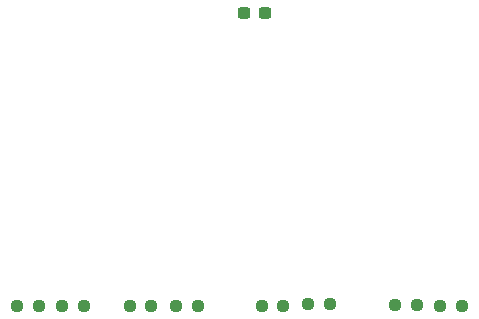
<source format=gtp>
G04 #@! TF.GenerationSoftware,KiCad,Pcbnew,6.0.6*
G04 #@! TF.CreationDate,2022-08-23T19:50:31-05:00*
G04 #@! TF.ProjectId,Penguinator-Glue-Board,50656e67-7569-46e6-9174-6f722d476c75,rev?*
G04 #@! TF.SameCoordinates,Original*
G04 #@! TF.FileFunction,Paste,Top*
G04 #@! TF.FilePolarity,Positive*
%FSLAX46Y46*%
G04 Gerber Fmt 4.6, Leading zero omitted, Abs format (unit mm)*
G04 Created by KiCad (PCBNEW 6.0.6) date 2022-08-23 19:50:31*
%MOMM*%
%LPD*%
G01*
G04 APERTURE LIST*
G04 Aperture macros list*
%AMRoundRect*
0 Rectangle with rounded corners*
0 $1 Rounding radius*
0 $2 $3 $4 $5 $6 $7 $8 $9 X,Y pos of 4 corners*
0 Add a 4 corners polygon primitive as box body*
4,1,4,$2,$3,$4,$5,$6,$7,$8,$9,$2,$3,0*
0 Add four circle primitives for the rounded corners*
1,1,$1+$1,$2,$3*
1,1,$1+$1,$4,$5*
1,1,$1+$1,$6,$7*
1,1,$1+$1,$8,$9*
0 Add four rect primitives between the rounded corners*
20,1,$1+$1,$2,$3,$4,$5,0*
20,1,$1+$1,$4,$5,$6,$7,0*
20,1,$1+$1,$6,$7,$8,$9,0*
20,1,$1+$1,$8,$9,$2,$3,0*%
G04 Aperture macros list end*
%ADD10RoundRect,0.237500X0.300000X0.237500X-0.300000X0.237500X-0.300000X-0.237500X0.300000X-0.237500X0*%
%ADD11RoundRect,0.237500X-0.250000X-0.237500X0.250000X-0.237500X0.250000X0.237500X-0.250000X0.237500X0*%
G04 APERTURE END LIST*
D10*
X31723500Y-23749000D03*
X29998500Y-23749000D03*
D11*
X46585500Y-48514000D03*
X48410500Y-48514000D03*
X42759500Y-48466000D03*
X44584500Y-48466000D03*
X35409500Y-48387000D03*
X37234500Y-48387000D03*
X31472500Y-48514000D03*
X33297500Y-48514000D03*
X24233500Y-48514000D03*
X26058500Y-48514000D03*
X20296500Y-48514000D03*
X22121500Y-48514000D03*
X14581500Y-48514000D03*
X16406500Y-48514000D03*
X10771500Y-48514000D03*
X12596500Y-48514000D03*
M02*

</source>
